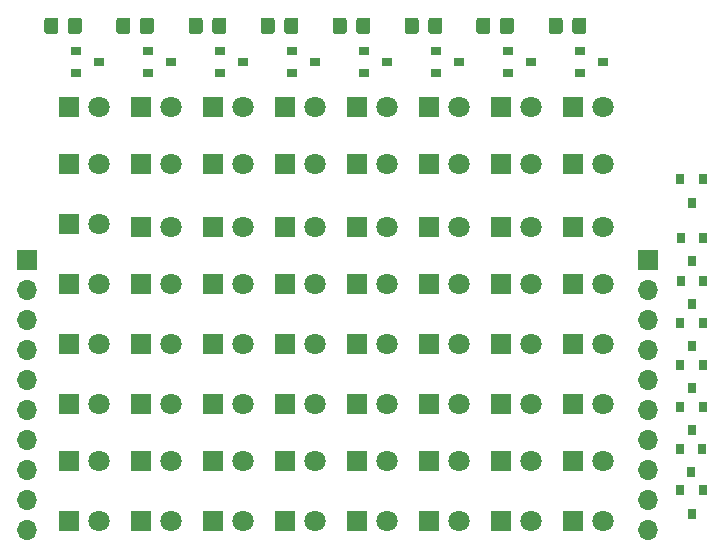
<source format=gbr>
%TF.GenerationSoftware,KiCad,Pcbnew,(5.1.8)-1*%
%TF.CreationDate,2021-12-10T09:09:34+01:00*%
%TF.ProjectId,FirePlaceLedmatrix,46697265-506c-4616-9365-4c65646d6174,rev?*%
%TF.SameCoordinates,Original*%
%TF.FileFunction,Soldermask,Bot*%
%TF.FilePolarity,Negative*%
%FSLAX46Y46*%
G04 Gerber Fmt 4.6, Leading zero omitted, Abs format (unit mm)*
G04 Created by KiCad (PCBNEW (5.1.8)-1) date 2021-12-10 09:09:34*
%MOMM*%
%LPD*%
G01*
G04 APERTURE LIST*
%ADD10R,0.800000X0.900000*%
%ADD11R,0.900000X0.800000*%
%ADD12O,1.700000X1.700000*%
%ADD13R,1.700000X1.700000*%
%ADD14C,1.800000*%
%ADD15R,1.800000X1.800000*%
G04 APERTURE END LIST*
D10*
%TO.C,Q8*%
X90017600Y-88569800D03*
X90967600Y-86569800D03*
X89067600Y-86569800D03*
%TD*%
%TO.C,Q7*%
X89992200Y-85039200D03*
X90942200Y-83039200D03*
X89042200Y-83039200D03*
%TD*%
%TO.C,Q6*%
X90017600Y-81508600D03*
X90967600Y-79508600D03*
X89067600Y-79508600D03*
%TD*%
%TO.C,Q5*%
X90017600Y-77952600D03*
X90967600Y-75952600D03*
X89067600Y-75952600D03*
%TD*%
%TO.C,Q4*%
X90017600Y-74396600D03*
X90967600Y-72396600D03*
X89067600Y-72396600D03*
%TD*%
%TO.C,Q3*%
X90043000Y-70840600D03*
X90993000Y-68840600D03*
X89093000Y-68840600D03*
%TD*%
%TO.C,Q2*%
X90043000Y-67183000D03*
X90993000Y-65183000D03*
X89093000Y-65183000D03*
%TD*%
%TO.C,Q1*%
X90017600Y-62230000D03*
X90967600Y-60230000D03*
X89067600Y-60230000D03*
%TD*%
D11*
%TO.C,T8*%
X82550000Y-50292000D03*
X80550000Y-49342000D03*
X80550000Y-51242000D03*
%TD*%
%TO.C,T7*%
X76454000Y-50292000D03*
X74454000Y-49342000D03*
X74454000Y-51242000D03*
%TD*%
%TO.C,T6*%
X70358000Y-50292000D03*
X68358000Y-49342000D03*
X68358000Y-51242000D03*
%TD*%
%TO.C,T5*%
X64262000Y-50292000D03*
X62262000Y-49342000D03*
X62262000Y-51242000D03*
%TD*%
%TO.C,T4*%
X58166000Y-50292000D03*
X56166000Y-49342000D03*
X56166000Y-51242000D03*
%TD*%
%TO.C,T3*%
X52070000Y-50292000D03*
X50070000Y-49342000D03*
X50070000Y-51242000D03*
%TD*%
%TO.C,T2*%
X45974000Y-50292000D03*
X43974000Y-49342000D03*
X43974000Y-51242000D03*
%TD*%
%TO.C,T1*%
X39878000Y-50292000D03*
X37878000Y-49342000D03*
X37878000Y-51242000D03*
%TD*%
%TO.C,R8*%
G36*
G01*
X79918000Y-47694001D02*
X79918000Y-46793999D01*
G75*
G02*
X80167999Y-46544000I249999J0D01*
G01*
X80868001Y-46544000D01*
G75*
G02*
X81118000Y-46793999I0J-249999D01*
G01*
X81118000Y-47694001D01*
G75*
G02*
X80868001Y-47944000I-249999J0D01*
G01*
X80167999Y-47944000D01*
G75*
G02*
X79918000Y-47694001I0J249999D01*
G01*
G37*
G36*
G01*
X77918000Y-47694001D02*
X77918000Y-46793999D01*
G75*
G02*
X78167999Y-46544000I249999J0D01*
G01*
X78868001Y-46544000D01*
G75*
G02*
X79118000Y-46793999I0J-249999D01*
G01*
X79118000Y-47694001D01*
G75*
G02*
X78868001Y-47944000I-249999J0D01*
G01*
X78167999Y-47944000D01*
G75*
G02*
X77918000Y-47694001I0J249999D01*
G01*
G37*
%TD*%
%TO.C,R7*%
G36*
G01*
X73790000Y-47694001D02*
X73790000Y-46793999D01*
G75*
G02*
X74039999Y-46544000I249999J0D01*
G01*
X74740001Y-46544000D01*
G75*
G02*
X74990000Y-46793999I0J-249999D01*
G01*
X74990000Y-47694001D01*
G75*
G02*
X74740001Y-47944000I-249999J0D01*
G01*
X74039999Y-47944000D01*
G75*
G02*
X73790000Y-47694001I0J249999D01*
G01*
G37*
G36*
G01*
X71790000Y-47694001D02*
X71790000Y-46793999D01*
G75*
G02*
X72039999Y-46544000I249999J0D01*
G01*
X72740001Y-46544000D01*
G75*
G02*
X72990000Y-46793999I0J-249999D01*
G01*
X72990000Y-47694001D01*
G75*
G02*
X72740001Y-47944000I-249999J0D01*
G01*
X72039999Y-47944000D01*
G75*
G02*
X71790000Y-47694001I0J249999D01*
G01*
G37*
%TD*%
%TO.C,R6*%
G36*
G01*
X67726000Y-47694001D02*
X67726000Y-46793999D01*
G75*
G02*
X67975999Y-46544000I249999J0D01*
G01*
X68676001Y-46544000D01*
G75*
G02*
X68926000Y-46793999I0J-249999D01*
G01*
X68926000Y-47694001D01*
G75*
G02*
X68676001Y-47944000I-249999J0D01*
G01*
X67975999Y-47944000D01*
G75*
G02*
X67726000Y-47694001I0J249999D01*
G01*
G37*
G36*
G01*
X65726000Y-47694001D02*
X65726000Y-46793999D01*
G75*
G02*
X65975999Y-46544000I249999J0D01*
G01*
X66676001Y-46544000D01*
G75*
G02*
X66926000Y-46793999I0J-249999D01*
G01*
X66926000Y-47694001D01*
G75*
G02*
X66676001Y-47944000I-249999J0D01*
G01*
X65975999Y-47944000D01*
G75*
G02*
X65726000Y-47694001I0J249999D01*
G01*
G37*
%TD*%
%TO.C,R5*%
G36*
G01*
X61630000Y-47694001D02*
X61630000Y-46793999D01*
G75*
G02*
X61879999Y-46544000I249999J0D01*
G01*
X62580001Y-46544000D01*
G75*
G02*
X62830000Y-46793999I0J-249999D01*
G01*
X62830000Y-47694001D01*
G75*
G02*
X62580001Y-47944000I-249999J0D01*
G01*
X61879999Y-47944000D01*
G75*
G02*
X61630000Y-47694001I0J249999D01*
G01*
G37*
G36*
G01*
X59630000Y-47694001D02*
X59630000Y-46793999D01*
G75*
G02*
X59879999Y-46544000I249999J0D01*
G01*
X60580001Y-46544000D01*
G75*
G02*
X60830000Y-46793999I0J-249999D01*
G01*
X60830000Y-47694001D01*
G75*
G02*
X60580001Y-47944000I-249999J0D01*
G01*
X59879999Y-47944000D01*
G75*
G02*
X59630000Y-47694001I0J249999D01*
G01*
G37*
%TD*%
%TO.C,R4*%
G36*
G01*
X55534000Y-47694001D02*
X55534000Y-46793999D01*
G75*
G02*
X55783999Y-46544000I249999J0D01*
G01*
X56484001Y-46544000D01*
G75*
G02*
X56734000Y-46793999I0J-249999D01*
G01*
X56734000Y-47694001D01*
G75*
G02*
X56484001Y-47944000I-249999J0D01*
G01*
X55783999Y-47944000D01*
G75*
G02*
X55534000Y-47694001I0J249999D01*
G01*
G37*
G36*
G01*
X53534000Y-47694001D02*
X53534000Y-46793999D01*
G75*
G02*
X53783999Y-46544000I249999J0D01*
G01*
X54484001Y-46544000D01*
G75*
G02*
X54734000Y-46793999I0J-249999D01*
G01*
X54734000Y-47694001D01*
G75*
G02*
X54484001Y-47944000I-249999J0D01*
G01*
X53783999Y-47944000D01*
G75*
G02*
X53534000Y-47694001I0J249999D01*
G01*
G37*
%TD*%
%TO.C,R3*%
G36*
G01*
X49438000Y-47694001D02*
X49438000Y-46793999D01*
G75*
G02*
X49687999Y-46544000I249999J0D01*
G01*
X50388001Y-46544000D01*
G75*
G02*
X50638000Y-46793999I0J-249999D01*
G01*
X50638000Y-47694001D01*
G75*
G02*
X50388001Y-47944000I-249999J0D01*
G01*
X49687999Y-47944000D01*
G75*
G02*
X49438000Y-47694001I0J249999D01*
G01*
G37*
G36*
G01*
X47438000Y-47694001D02*
X47438000Y-46793999D01*
G75*
G02*
X47687999Y-46544000I249999J0D01*
G01*
X48388001Y-46544000D01*
G75*
G02*
X48638000Y-46793999I0J-249999D01*
G01*
X48638000Y-47694001D01*
G75*
G02*
X48388001Y-47944000I-249999J0D01*
G01*
X47687999Y-47944000D01*
G75*
G02*
X47438000Y-47694001I0J249999D01*
G01*
G37*
%TD*%
%TO.C,R2*%
G36*
G01*
X43310000Y-47694001D02*
X43310000Y-46793999D01*
G75*
G02*
X43559999Y-46544000I249999J0D01*
G01*
X44260001Y-46544000D01*
G75*
G02*
X44510000Y-46793999I0J-249999D01*
G01*
X44510000Y-47694001D01*
G75*
G02*
X44260001Y-47944000I-249999J0D01*
G01*
X43559999Y-47944000D01*
G75*
G02*
X43310000Y-47694001I0J249999D01*
G01*
G37*
G36*
G01*
X41310000Y-47694001D02*
X41310000Y-46793999D01*
G75*
G02*
X41559999Y-46544000I249999J0D01*
G01*
X42260001Y-46544000D01*
G75*
G02*
X42510000Y-46793999I0J-249999D01*
G01*
X42510000Y-47694001D01*
G75*
G02*
X42260001Y-47944000I-249999J0D01*
G01*
X41559999Y-47944000D01*
G75*
G02*
X41310000Y-47694001I0J249999D01*
G01*
G37*
%TD*%
%TO.C,R1*%
G36*
G01*
X37214000Y-47694001D02*
X37214000Y-46793999D01*
G75*
G02*
X37463999Y-46544000I249999J0D01*
G01*
X38164001Y-46544000D01*
G75*
G02*
X38414000Y-46793999I0J-249999D01*
G01*
X38414000Y-47694001D01*
G75*
G02*
X38164001Y-47944000I-249999J0D01*
G01*
X37463999Y-47944000D01*
G75*
G02*
X37214000Y-47694001I0J249999D01*
G01*
G37*
G36*
G01*
X35214000Y-47694001D02*
X35214000Y-46793999D01*
G75*
G02*
X35463999Y-46544000I249999J0D01*
G01*
X36164001Y-46544000D01*
G75*
G02*
X36414000Y-46793999I0J-249999D01*
G01*
X36414000Y-47694001D01*
G75*
G02*
X36164001Y-47944000I-249999J0D01*
G01*
X35463999Y-47944000D01*
G75*
G02*
X35214000Y-47694001I0J249999D01*
G01*
G37*
%TD*%
D12*
%TO.C,J3*%
X86360000Y-89916000D03*
X86360000Y-87376000D03*
X86360000Y-84836000D03*
X86360000Y-82296000D03*
X86360000Y-79756000D03*
X86360000Y-77216000D03*
X86360000Y-74676000D03*
X86360000Y-72136000D03*
X86360000Y-69596000D03*
D13*
X86360000Y-67056000D03*
%TD*%
D12*
%TO.C,J2*%
X33782000Y-89916000D03*
X33782000Y-87376000D03*
X33782000Y-84836000D03*
X33782000Y-82296000D03*
X33782000Y-79756000D03*
X33782000Y-77216000D03*
X33782000Y-74676000D03*
X33782000Y-72136000D03*
X33782000Y-69596000D03*
D13*
X33782000Y-67056000D03*
%TD*%
D14*
%TO.C,D64*%
X82550000Y-89154000D03*
D15*
X80010000Y-89154000D03*
%TD*%
D14*
%TO.C,D63*%
X76454000Y-89154000D03*
D15*
X73914000Y-89154000D03*
%TD*%
D14*
%TO.C,D62*%
X70358000Y-89154000D03*
D15*
X67818000Y-89154000D03*
%TD*%
D14*
%TO.C,D61*%
X64262000Y-89154000D03*
D15*
X61722000Y-89154000D03*
%TD*%
D14*
%TO.C,D60*%
X58166000Y-89154000D03*
D15*
X55626000Y-89154000D03*
%TD*%
D14*
%TO.C,D59*%
X52070000Y-89154000D03*
D15*
X49530000Y-89154000D03*
%TD*%
D14*
%TO.C,D58*%
X45974000Y-89154000D03*
D15*
X43434000Y-89154000D03*
%TD*%
D14*
%TO.C,D57*%
X39878000Y-89154000D03*
D15*
X37338000Y-89154000D03*
%TD*%
D14*
%TO.C,D56*%
X82550000Y-84074000D03*
D15*
X80010000Y-84074000D03*
%TD*%
D14*
%TO.C,D55*%
X76454000Y-84074000D03*
D15*
X73914000Y-84074000D03*
%TD*%
D14*
%TO.C,D54*%
X70358000Y-84074000D03*
D15*
X67818000Y-84074000D03*
%TD*%
D14*
%TO.C,D53*%
X64262000Y-84074000D03*
D15*
X61722000Y-84074000D03*
%TD*%
D14*
%TO.C,D52*%
X58166000Y-84074000D03*
D15*
X55626000Y-84074000D03*
%TD*%
D14*
%TO.C,D51*%
X52070000Y-84074000D03*
D15*
X49530000Y-84074000D03*
%TD*%
D14*
%TO.C,D50*%
X45974000Y-84074000D03*
D15*
X43434000Y-84074000D03*
%TD*%
D14*
%TO.C,D49*%
X39878000Y-84074000D03*
D15*
X37338000Y-84074000D03*
%TD*%
D14*
%TO.C,D48*%
X82550000Y-79248000D03*
D15*
X80010000Y-79248000D03*
%TD*%
D14*
%TO.C,D47*%
X76454000Y-79248000D03*
D15*
X73914000Y-79248000D03*
%TD*%
D14*
%TO.C,D46*%
X70358000Y-79248000D03*
D15*
X67818000Y-79248000D03*
%TD*%
D14*
%TO.C,D45*%
X64262000Y-79248000D03*
D15*
X61722000Y-79248000D03*
%TD*%
D14*
%TO.C,D44*%
X58166000Y-79248000D03*
D15*
X55626000Y-79248000D03*
%TD*%
D14*
%TO.C,D43*%
X52070000Y-79248000D03*
D15*
X49530000Y-79248000D03*
%TD*%
D14*
%TO.C,D42*%
X45974000Y-79248000D03*
D15*
X43434000Y-79248000D03*
%TD*%
D14*
%TO.C,D41*%
X39878000Y-79248000D03*
D15*
X37338000Y-79248000D03*
%TD*%
D14*
%TO.C,D40*%
X82550000Y-74168000D03*
D15*
X80010000Y-74168000D03*
%TD*%
D14*
%TO.C,D39*%
X76454000Y-74168000D03*
D15*
X73914000Y-74168000D03*
%TD*%
D14*
%TO.C,D38*%
X70358000Y-74168000D03*
D15*
X67818000Y-74168000D03*
%TD*%
D14*
%TO.C,D37*%
X64262000Y-74168000D03*
D15*
X61722000Y-74168000D03*
%TD*%
D14*
%TO.C,D36*%
X58166000Y-74168000D03*
D15*
X55626000Y-74168000D03*
%TD*%
D14*
%TO.C,D35*%
X52070000Y-74168000D03*
D15*
X49530000Y-74168000D03*
%TD*%
D14*
%TO.C,D34*%
X45974000Y-74168000D03*
D15*
X43434000Y-74168000D03*
%TD*%
D14*
%TO.C,D33*%
X39878000Y-74168000D03*
D15*
X37338000Y-74168000D03*
%TD*%
D14*
%TO.C,D32*%
X82550000Y-69088000D03*
D15*
X80010000Y-69088000D03*
%TD*%
D14*
%TO.C,D31*%
X76454000Y-69088000D03*
D15*
X73914000Y-69088000D03*
%TD*%
D14*
%TO.C,D30*%
X70358000Y-69088000D03*
D15*
X67818000Y-69088000D03*
%TD*%
D14*
%TO.C,D29*%
X64262000Y-69088000D03*
D15*
X61722000Y-69088000D03*
%TD*%
D14*
%TO.C,D28*%
X58166000Y-69088000D03*
D15*
X55626000Y-69088000D03*
%TD*%
D14*
%TO.C,D27*%
X52070000Y-69088000D03*
D15*
X49530000Y-69088000D03*
%TD*%
D14*
%TO.C,D26*%
X45974000Y-69088000D03*
D15*
X43434000Y-69088000D03*
%TD*%
D14*
%TO.C,D25*%
X39878000Y-69088000D03*
D15*
X37338000Y-69088000D03*
%TD*%
D14*
%TO.C,D24*%
X82550000Y-64262000D03*
D15*
X80010000Y-64262000D03*
%TD*%
D14*
%TO.C,D23*%
X76454000Y-64262000D03*
D15*
X73914000Y-64262000D03*
%TD*%
D14*
%TO.C,D22*%
X70358000Y-64262000D03*
D15*
X67818000Y-64262000D03*
%TD*%
D14*
%TO.C,D21*%
X64262000Y-64262000D03*
D15*
X61722000Y-64262000D03*
%TD*%
D14*
%TO.C,D20*%
X58166000Y-64262000D03*
D15*
X55626000Y-64262000D03*
%TD*%
D14*
%TO.C,D19*%
X52070000Y-64262000D03*
D15*
X49530000Y-64262000D03*
%TD*%
D14*
%TO.C,D18*%
X45974000Y-64262000D03*
D15*
X43434000Y-64262000D03*
%TD*%
D14*
%TO.C,D17*%
X39878000Y-64008000D03*
D15*
X37338000Y-64008000D03*
%TD*%
D14*
%TO.C,D16*%
X82550000Y-58928000D03*
D15*
X80010000Y-58928000D03*
%TD*%
D14*
%TO.C,D15*%
X76454000Y-58928000D03*
D15*
X73914000Y-58928000D03*
%TD*%
D14*
%TO.C,D14*%
X70358000Y-58928000D03*
D15*
X67818000Y-58928000D03*
%TD*%
D14*
%TO.C,D13*%
X64262000Y-58928000D03*
D15*
X61722000Y-58928000D03*
%TD*%
D14*
%TO.C,D12*%
X58166000Y-58928000D03*
D15*
X55626000Y-58928000D03*
%TD*%
D14*
%TO.C,D11*%
X52070000Y-58928000D03*
D15*
X49530000Y-58928000D03*
%TD*%
D14*
%TO.C,D10*%
X45974000Y-58928000D03*
D15*
X43434000Y-58928000D03*
%TD*%
D14*
%TO.C,D9*%
X39878000Y-58928000D03*
D15*
X37338000Y-58928000D03*
%TD*%
D14*
%TO.C,D8*%
X82550000Y-54102000D03*
D15*
X80010000Y-54102000D03*
%TD*%
D14*
%TO.C,D7*%
X76454000Y-54102000D03*
D15*
X73914000Y-54102000D03*
%TD*%
D14*
%TO.C,D6*%
X70358000Y-54102000D03*
D15*
X67818000Y-54102000D03*
%TD*%
D14*
%TO.C,D5*%
X64262000Y-54102000D03*
D15*
X61722000Y-54102000D03*
%TD*%
D14*
%TO.C,D4*%
X58166000Y-54102000D03*
D15*
X55626000Y-54102000D03*
%TD*%
D14*
%TO.C,D3*%
X52070000Y-54102000D03*
D15*
X49530000Y-54102000D03*
%TD*%
D14*
%TO.C,D2*%
X45974000Y-54102000D03*
D15*
X43434000Y-54102000D03*
%TD*%
D14*
%TO.C,D1*%
X39878000Y-54102000D03*
D15*
X37338000Y-54102000D03*
%TD*%
M02*

</source>
